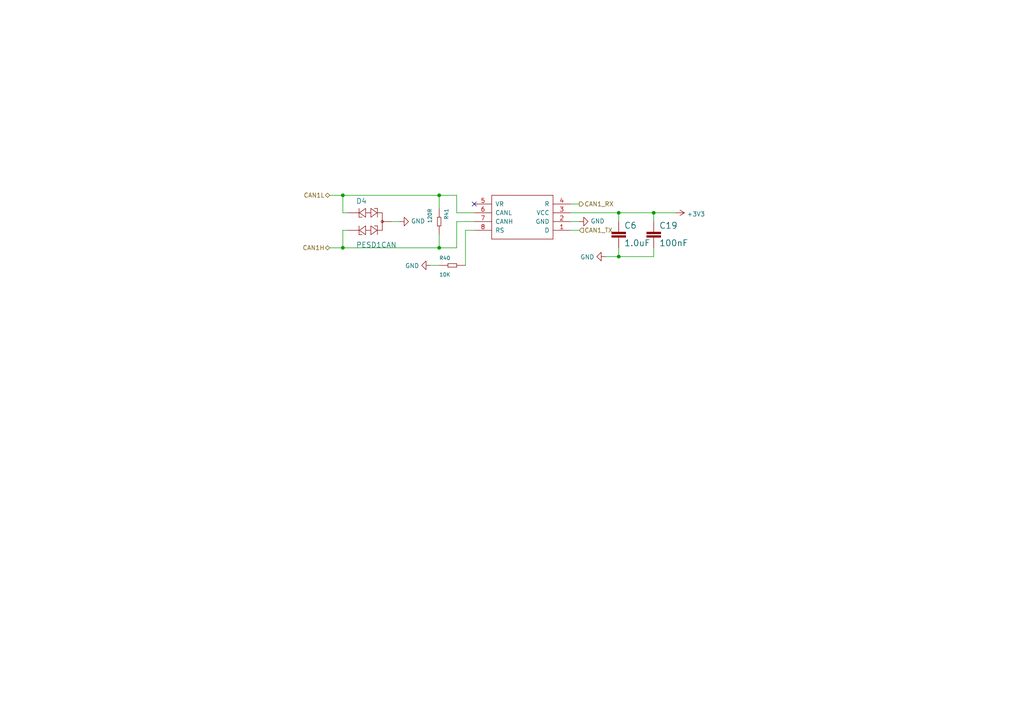
<source format=kicad_sch>
(kicad_sch (version 20230121) (generator eeschema)
  (paper "A4")
  (lib_symbols
    (symbol "Proteus_Little-eagle-import:0.1UF-0603-25V-(+80_-20%)" (pin_names (offset 1.016))
      (property "Reference" "C" (at 1.524 2.921 0))
      (property "Value" "0.1UF-0603-25V-(+80_-20%)" (at 1.524 -2.159 0))
      (symbol "0.1UF-0603-25V-(+80_-20%)_1_0"
        (rectangle (start -2.032 0.508) (end 2.032 1.016) (fill (type outline)))
        (rectangle (start -2.032 1.524) (end 2.032 2.032) (fill (type outline)))
        (polyline (pts (xy 0 0) (xy 0 0.508)))
        (polyline (pts (xy 0 2.54) (xy 0 2.032)))
        (pin passive line (at 0 5.08 270) (length 2.54) (name "1") (number "1"))
        (pin passive line (at 0 -2.54 90) (length 2.54) (name "2") (number "2"))
      )
    )
    (symbol "Proteus_Little-eagle-import:1.0UF-0603-16V-10%" (pin_names (offset 1.016))
      (property "Reference" "C" (at 1.524 2.921 0))
      (property "Value" "1.0UF-0603-16V-10%" (at 1.524 -2.159 0))
      (symbol "1.0UF-0603-16V-10%_1_0"
        (rectangle (start -2.032 0.508) (end 2.032 1.016) (fill (type outline)))
        (rectangle (start -2.032 1.524) (end 2.032 2.032) (fill (type outline)))
        (polyline (pts (xy 0 0) (xy 0 0.508)))
        (polyline (pts (xy 0 2.54) (xy 0 2.032)))
        (pin passive line (at 0 5.08 270) (length 2.54) (name "1") (number "1"))
        (pin passive line (at 0 -2.54 90) (length 2.54) (name "2") (number "2"))
      )
    )
    (symbol "Proteus_Little-eagle-import:PESD1CAN" (pin_names (offset 1.016))
      (property "Reference" "D" (at -5.08 5.08 0))
      (property "Value" "PESD1CAN" (at -5.08 -7.62 0))
      (symbol "PESD1CAN_1_0"
        (polyline (pts (xy -4.191 -3.81) (xy -4.191 -1.27)))
        (polyline (pts (xy -4.191 -3.81) (xy -3.302 -3.81)))
        (polyline (pts (xy -4.191 1.27) (xy -4.191 3.81)))
        (polyline (pts (xy -4.191 1.27) (xy -3.302 1.27)))
        (polyline (pts (xy -4.1148 -2.54) (xy -5.08 -2.54)))
        (polyline (pts (xy -4.1148 2.54) (xy -5.08 2.54)))
        (polyline (pts (xy -4.064 -2.54) (xy -2.286 -3.81)))
        (polyline (pts (xy -4.064 2.54) (xy -2.286 1.27)))
        (polyline (pts (xy -2.286 -3.81) (xy -2.286 -1.27)))
        (polyline (pts (xy -2.286 -1.27) (xy -4.064 -2.54)))
        (polyline (pts (xy -2.286 1.27) (xy -2.286 3.81)))
        (polyline (pts (xy -2.286 3.81) (xy -4.064 2.54)))
        (polyline (pts (xy -2.2098 -2.54) (xy -0.7874 -2.54)))
        (polyline (pts (xy -2.2098 2.54) (xy -0.7874 2.54)))
        (polyline (pts (xy -0.762 -3.81) (xy 1.016 -2.54)))
        (polyline (pts (xy -0.762 -1.27) (xy -0.762 -3.81)))
        (polyline (pts (xy -0.762 1.27) (xy 1.016 2.54)))
        (polyline (pts (xy -0.762 3.81) (xy -0.762 1.27)))
        (polyline (pts (xy 1.016 -2.54) (xy -0.762 -1.27)))
        (polyline (pts (xy 1.016 2.54) (xy -0.762 3.81)))
        (polyline (pts (xy 1.143 -1.27) (xy 0.254 -1.27)))
        (polyline (pts (xy 1.143 -1.27) (xy 1.143 -3.81)))
        (polyline (pts (xy 1.143 3.81) (xy 0.254 3.81)))
        (polyline (pts (xy 1.143 3.81) (xy 1.143 1.27)))
        (polyline (pts (xy 2.54 -2.54) (xy 1.27 -2.54)))
        (polyline (pts (xy 2.54 2.54) (xy 1.27 2.54)))
        (polyline (pts (xy 2.54 2.54) (xy 2.54 -2.54)))
        (circle (center 2.54 0) (radius 0.3556))
        (pin passive line (at -7.62 2.54 0) (length 2.54) (name "1") (number "1"))
        (pin passive line (at -7.62 -2.54 0) (length 2.54) (name "2") (number "2"))
        (pin passive line (at 5.08 0 180) (length 2.54) (name "3") (number "3"))
      )
    )
    (symbol "Proteus_Little-eagle-import:SMD-RES-100R-5%-1_10W(0603)" (pin_names (offset 1.016))
      (property "Reference" "R" (at -3.81 1.27 0))
      (property "Value" "SMD-RES-100R-5%-1_10W(0603)" (at -3.81 -2.54 0))
      (symbol "SMD-RES-100R-5%-1_10W(0603)_1_0"
        (polyline (pts (xy -1.27 -0.508) (xy -1.27 0.508)))
        (polyline (pts (xy -1.27 0.508) (xy 1.27 0.508)))
        (polyline (pts (xy 1.27 -0.508) (xy -1.27 -0.508)))
        (polyline (pts (xy 1.27 0.508) (xy 1.27 -0.508)))
        (pin passive line (at -3.81 0 0) (length 2.54) (name "1") (number "1"))
        (pin passive line (at 3.81 0 180) (length 2.54) (name "2") (number "2"))
      )
    )
    (symbol "Proteus_Little-eagle-import:SMD-RES-10K-1%-1_10W(0603)" (pin_names (offset 1.016))
      (property "Reference" "R" (at -3.81 1.27 0))
      (property "Value" "SMD-RES-10K-1%-1_10W(0603)" (at -3.81 -2.54 0))
      (symbol "SMD-RES-10K-1%-1_10W(0603)_1_0"
        (polyline (pts (xy -1.27 -0.508) (xy -1.27 0.508)))
        (polyline (pts (xy -1.27 0.508) (xy 1.27 0.508)))
        (polyline (pts (xy 1.27 -0.508) (xy -1.27 -0.508)))
        (polyline (pts (xy 1.27 0.508) (xy 1.27 -0.508)))
        (pin passive line (at -3.81 0 0) (length 2.54) (name "1") (number "1"))
        (pin passive line (at 3.81 0 180) (length 2.54) (name "2") (number "2"))
      )
    )
    (symbol "Proteus_Little-eagle-import:SN65HVD230" (pin_names (offset 1.016))
      (symbol "SN65HVD230_1_0"
        (polyline (pts (xy -7.62 -5.08) (xy 10.16 -5.08)))
        (polyline (pts (xy -7.62 7.62) (xy -7.62 -5.08)))
        (polyline (pts (xy 10.16 -5.08) (xy 10.16 7.62)))
        (polyline (pts (xy 10.16 7.62) (xy -7.62 7.62)))
        (pin bidirectional line (at -12.7 5.08 0) (length 5.08) (name "D") (number "1"))
        (pin bidirectional line (at -12.7 2.54 0) (length 5.08) (name "GND") (number "2"))
        (pin bidirectional line (at -12.7 0 0) (length 5.08) (name "VCC") (number "3"))
        (pin bidirectional line (at -12.7 -2.54 0) (length 5.08) (name "R") (number "4"))
        (pin bidirectional line (at 15.24 -2.54 180) (length 5.08) (name "VR") (number "5"))
        (pin bidirectional line (at 15.24 0 180) (length 5.08) (name "CANL") (number "6"))
        (pin bidirectional line (at 15.24 2.54 180) (length 5.08) (name "CANH") (number "7"))
        (pin bidirectional line (at 15.24 5.08 180) (length 5.08) (name "RS") (number "8"))
      )
    )
    (symbol "Proteus_Little-rescue:+3V3-power" (power) (pin_names (offset 0))
      (property "Value" "+3V3-power" (at 0 3.556 0))
      (symbol "+3V3-power_0_1"
        (polyline (pts (xy -0.762 1.27) (xy 0 2.54)))
        (polyline (pts (xy 0 0) (xy 0 2.54)))
        (polyline (pts (xy 0 2.54) (xy 0.762 1.27)))
      )
      (symbol "+3V3-power_1_1"
        (pin power_in line (at 0 0 90) (length 0) hide (name "+3V3") (number "1"))
      )
    )
    (symbol "Proteus_Little-rescue:GND-power" (power) (pin_names (offset 0))
      (property "Value" "GND-power" (at 0 -3.81 0))
      (symbol "GND-power_0_1"
        (polyline (pts (xy 0 0) (xy 0 -1.27) (xy 1.27 -1.27) (xy 0 -2.54) (xy -1.27 -1.27) (xy 0 -1.27)))
      )
      (symbol "GND-power_1_1"
        (pin power_in line (at 0 0 270) (length 0) hide (name "GND") (number "1"))
      )
    )
  )
  (junction (at 127.381 56.642))
  (junction (at 179.451 61.722))
  (junction (at 99.441 71.882))
  (junction (at 99.441 56.642))
  (junction (at 179.451 74.422))
  (junction (at 127.381 71.882))
  (junction (at 189.611 61.722))
  (no_connect (at 137.541 59.182))
  (wire (pts (xy 132.461 56.642) (xy 127.381 56.642)))
  (wire (pts (xy 189.611 64.262) (xy 189.611 61.722)))
  (wire (pts (xy 179.451 61.722) (xy 165.481 61.722)))
  (wire (pts (xy 127.381 56.642) (xy 99.441 56.642)))
  (wire (pts (xy 137.541 61.722) (xy 132.461 61.722)))
  (wire (pts (xy 113.411 64.262) (xy 115.951 64.262)))
  (wire (pts (xy 189.611 74.422) (xy 179.451 74.422)))
  (wire (pts (xy 175.641 74.422) (xy 179.451 74.422)))
  (wire (pts (xy 127.381 60.452) (xy 127.381 56.642)))
  (wire (pts (xy 132.461 71.882) (xy 127.381 71.882)))
  (wire (pts (xy 165.481 64.262) (xy 168.021 64.262)))
  (wire (pts (xy 127.381 71.882) (xy 99.441 71.882)))
  (wire (pts (xy 189.611 71.882) (xy 189.611 74.422)))
  (wire (pts (xy 99.441 66.802) (xy 99.441 71.882)))
  (wire (pts (xy 179.451 64.262) (xy 179.451 61.722)))
  (wire (pts (xy 137.541 64.262) (xy 132.461 64.262)))
  (wire (pts (xy 189.611 61.722) (xy 179.451 61.722)))
  (wire (pts (xy 99.441 61.722) (xy 99.441 56.642)))
  (wire (pts (xy 100.711 61.722) (xy 99.441 61.722)))
  (wire (pts (xy 99.441 71.882) (xy 95.631 71.882)))
  (wire (pts (xy 135.001 66.802) (xy 135.001 76.962)))
  (wire (pts (xy 132.461 64.262) (xy 132.461 71.882)))
  (wire (pts (xy 179.451 74.422) (xy 179.451 71.882)))
  (wire (pts (xy 132.461 61.722) (xy 132.461 56.642)))
  (wire (pts (xy 127.381 76.962) (xy 124.841 76.962)))
  (wire (pts (xy 195.961 61.722) (xy 189.611 61.722)))
  (wire (pts (xy 165.481 66.802) (xy 168.021 66.802)))
  (wire (pts (xy 100.711 66.802) (xy 99.441 66.802)))
  (wire (pts (xy 99.441 56.642) (xy 95.631 56.642)))
  (wire (pts (xy 127.381 68.072) (xy 127.381 71.882)))
  (wire (pts (xy 137.541 66.802) (xy 135.001 66.802)))
  (wire (pts (xy 165.481 59.182) (xy 168.021 59.182)))
  (hierarchical_label "CAN1L" (shape bidirectional) (at 95.631 56.642 180))
  (hierarchical_label "CAN1_TX" (shape input) (at 168.021 66.802 0))
  (hierarchical_label "CAN1H" (shape bidirectional) (at 95.631 71.882 180))
  (hierarchical_label "CAN1_RX" (shape output) (at 168.021 59.182 0))
  (symbol (lib_id "Proteus_Little-rescue:GND-power") (at 115.951 64.262 90) (unit 1)
    (property "Reference" "#PWR0364" (effects hide))
    (property "Value" "GND-power" (at 119.2022 64.135 90) (effects (justify right)))
  )
  (symbol (lib_id "Proteus_Little-rescue:GND-power") (at 124.841 76.962 270) (unit 1)
    (property "Reference" "#PWR0365" (effects hide))
    (property "Value" "GND-power" (at 121.5898 77.089 90) (effects (justify right)))
  )
  (symbol (lib_id "Proteus_Little-rescue:GND-power") (at 168.021 64.262 90) (unit 1)
    (property "Reference" "#PWR0370" (effects hide))
    (property "Value" "GND-power" (at 171.2722 64.135 90) (effects (justify right)))
  )
  (symbol (lib_id "Proteus_Little-rescue:GND-power") (at 175.641 74.422 270) (unit 1)
    (property "Reference" "#PWR0371" (effects hide))
    (property "Value" "GND-power" (at 172.3898 74.549 90) (effects (justify right)))
  )
  (symbol (lib_id "Proteus_Little-rescue:+3V3-power") (at 195.961 61.722 270) (unit 1)
    (property "Reference" "#PWR0372" (effects hide))
    (property "Value" "+3V3-power" (at 199.2122 62.103 90) (effects (justify left)))
  )
  (symbol (lib_id "Proteus_Little-eagle-import:SMD-RES-10K-1%-1_10W(0603)") (at 131.191 76.962 0) (unit 1)
    (property "Reference" "R40" (at 127.381 75.4634 0) (effects (font (size 1.0668 1.0668)) (justify left bottom)))
    (property "Value" "10K" (at 127.381 80.264 0) (effects (font (size 1.0668 1.0668)) (justify left bottom)))
    (property "Footprint" "Proteus_Little:R0603" (effects hide))
  )
  (symbol (lib_id "Proteus_Little-eagle-import:SN65HVD230") (at 152.781 61.722 180) (unit 1)
    (property "Reference" "U27" (effects hide))
    (property "Value" "VD230" (effects hide))
    (property "Footprint" "Proteus_Little:SO08" (effects hide))
    (property "LCSC" "C146561" (effects hide))
  )
  (symbol (lib_id "Proteus_Little-eagle-import:0.1UF-0603-25V-(+80_-20%)") (at 189.611 69.342 0) (unit 1)
    (property "Reference" "C19" (at 191.135 66.421 0) (effects (font (size 1.778 1.778)) (justify left bottom)))
    (property "Value" "100nF" (at 191.135 71.501 0) (effects (font (size 1.778 1.778)) (justify left bottom)))
    (property "Footprint" "Proteus_Little:0603" (effects hide))
  )
  (symbol (lib_id "Proteus_Little-eagle-import:SMD-RES-100R-5%-1_10W(0603)") (at 127.381 64.262 270) (unit 1)
    (property "Reference" "R41" (at 128.8796 60.452 0) (effects (font (size 1.0668 1.0668)) (justify left bottom)))
    (property "Value" "120R" (at 124.079 60.452 0) (effects (font (size 1.0668 1.0668)) (justify left bottom)))
    (property "Footprint" "Proteus_Little:R0603" (effects hide))
  )
  (symbol (lib_id "Proteus_Little-eagle-import:1.0UF-0603-16V-10%") (at 179.451 69.342 0) (unit 1)
    (property "Reference" "C6" (at 180.975 66.421 0) (effects (font (size 1.778 1.778)) (justify left bottom)))
    (property "Value" "1.0uF" (at 180.975 71.501 0) (effects (font (size 1.778 1.778)) (justify left bottom)))
    (property "Footprint" "Proteus_Little:0603" (effects hide))
  )
  (symbol (lib_id "Proteus_Little-eagle-import:PESD1CAN") (at 108.331 64.262 0) (unit 1)
    (property "Reference" "D4" (at 103.251 59.182 0) (effects (font (size 1.4986 1.4986)) (justify left bottom)))
    (property "Value" "PESD1CAN" (at 103.251 71.882 0) (effects (font (size 1.4986 1.4986)) (justify left bottom)))
    (property "Footprint" "Proteus_Little:SOT23" (effects hide))
  )
)
</source>
